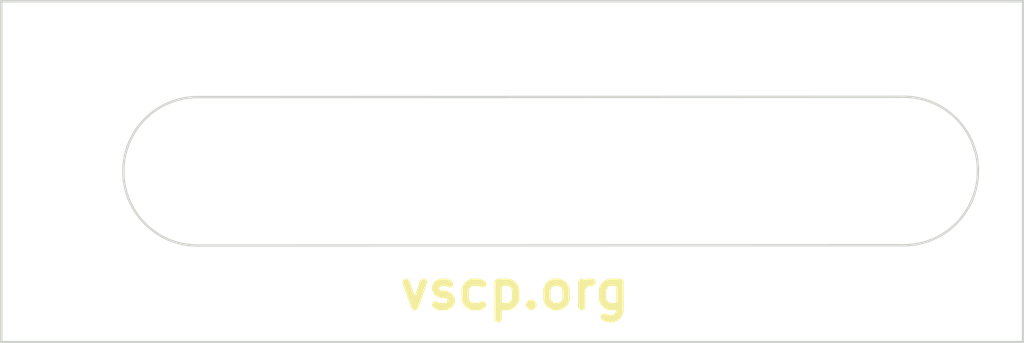
<source format=kicad_pcb>
(kicad_pcb (version 20171130) (host pcbnew 5.1.9+dfsg1-1)

  (general
    (thickness 1.6)
    (drawings 9)
    (tracks 0)
    (zones 0)
    (modules 0)
    (nets 1)
  )

  (page A4)
  (layers
    (0 F.Cu signal)
    (31 B.Cu signal)
    (32 B.Adhes user)
    (33 F.Adhes user)
    (34 B.Paste user)
    (35 F.Paste user)
    (36 B.SilkS user)
    (37 F.SilkS user)
    (38 B.Mask user)
    (39 F.Mask user)
    (40 Dwgs.User user)
    (41 Cmts.User user)
    (42 Eco1.User user)
    (43 Eco2.User user)
    (44 Edge.Cuts user)
    (45 Margin user)
    (46 B.CrtYd user)
    (47 F.CrtYd user)
    (48 B.Fab user)
    (49 F.Fab user)
  )

  (setup
    (last_trace_width 0.25)
    (user_trace_width 1)
    (trace_clearance 0.2)
    (zone_clearance 0.508)
    (zone_45_only no)
    (trace_min 0.2)
    (via_size 0.8)
    (via_drill 0.4)
    (via_min_size 0.4)
    (via_min_drill 0.3)
    (uvia_size 0.3)
    (uvia_drill 0.1)
    (uvias_allowed no)
    (uvia_min_size 0.2)
    (uvia_min_drill 0.1)
    (edge_width 0.1)
    (segment_width 0.2)
    (pcb_text_width 0.3)
    (pcb_text_size 1.5 1.5)
    (mod_edge_width 0.15)
    (mod_text_size 1 1)
    (mod_text_width 0.15)
    (pad_size 1.524 1.524)
    (pad_drill 0.762)
    (pad_to_mask_clearance 0)
    (aux_axis_origin 30 180)
    (visible_elements FFFFFF7F)
    (pcbplotparams
      (layerselection 0x010fc_ffffffff)
      (usegerberextensions false)
      (usegerberattributes true)
      (usegerberadvancedattributes true)
      (creategerberjobfile true)
      (excludeedgelayer true)
      (linewidth 0.100000)
      (plotframeref false)
      (viasonmask false)
      (mode 1)
      (useauxorigin false)
      (hpglpennumber 1)
      (hpglpenspeed 20)
      (hpglpendiameter 15.000000)
      (psnegative false)
      (psa4output false)
      (plotreference true)
      (plotvalue true)
      (plotinvisibletext false)
      (padsonsilk false)
      (subtractmaskfromsilk false)
      (outputformat 1)
      (mirror false)
      (drillshape 0)
      (scaleselection 1)
      (outputdirectory "gerbers/"))
  )

  (net 0 "")

  (net_class Default "This is the default net class."
    (clearance 0.2)
    (trace_width 0.25)
    (via_dia 0.8)
    (via_drill 0.4)
    (uvia_dia 0.3)
    (uvia_drill 0.1)
  )

  (gr_line (start 29.9974 166.0017) (end 71.9709 166.0017) (layer Edge.Cuts) (width 0.1) (tstamp 61103791))
  (gr_line (start 38.0873 176.0347) (end 66.9671 176.022) (layer Edge.Cuts) (width 0.1))
  (gr_line (start 38.0619 169.938594) (end 66.9671 169.926) (layer Edge.Cuts) (width 0.1))
  (gr_line (start 71.9709 166.0017) (end 71.9709 179.9971) (layer Edge.Cuts) (width 0.1))
  (gr_line (start 71.9709 180) (end 30 180) (layer Edge.Cuts) (width 0.1) (tstamp 61103817))
  (gr_arc (start 38.0619 172.9867) (end 38.0873 176.0347) (angle 180.4774538) (layer Edge.Cuts) (width 0.1) (tstamp 611034B4))
  (gr_arc (start 67.0687 172.974) (end 66.9671 176.022) (angle -183.8183049) (layer Edge.Cuts) (width 0.1))
  (gr_text "vscp.org\n" (at 51.0921 177.8635) (layer F.SilkS)
    (effects (font (size 1.5 1.5) (thickness 0.3)))
  )
  (gr_line (start 30 180) (end 30 166) (layer Edge.Cuts) (width 0.1))

)

</source>
